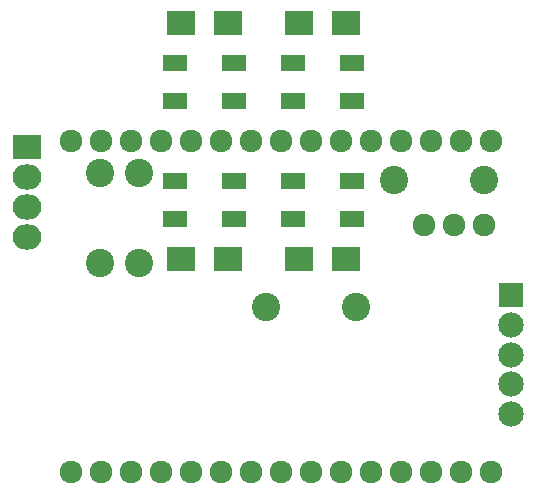
<source format=gbr>
G04 #@! TF.FileFunction,Soldermask,Bot*
%FSLAX46Y46*%
G04 Gerber Fmt 4.6, Leading zero omitted, Abs format (unit mm)*
G04 Created by KiCad (PCBNEW 4.0.6) date 2017 May 11, Thursday 23:22:10*
%MOMM*%
%LPD*%
G01*
G04 APERTURE LIST*
%ADD10C,1.000000*%
%ADD11R,2.000000X1.400000*%
%ADD12R,2.400000X2.000000*%
%ADD13R,2.432000X2.127200*%
%ADD14O,2.432000X2.127200*%
%ADD15R,2.150000X2.150000*%
%ADD16C,2.150000*%
%ADD17C,1.924000*%
%ADD18C,2.398980*%
G04 APERTURE END LIST*
D10*
D11*
X34567500Y-53532500D03*
X34567500Y-50332500D03*
X39567500Y-53532500D03*
X39567500Y-50332500D03*
D12*
X35067500Y-46932500D03*
X39067500Y-46932500D03*
X45067500Y-46932500D03*
X49067500Y-46932500D03*
D11*
X44567500Y-53532500D03*
X44567500Y-50332500D03*
X49567500Y-53532500D03*
X49567500Y-50332500D03*
X34567500Y-63532500D03*
X34567500Y-60332500D03*
X39567500Y-63532500D03*
X39567500Y-60332500D03*
D12*
X49067500Y-66932500D03*
X45067500Y-66932500D03*
D11*
X49567500Y-60332500D03*
X49567500Y-63532500D03*
X44567500Y-60332500D03*
X44567500Y-63532500D03*
D12*
X35067500Y-66932500D03*
X39067500Y-66932500D03*
D13*
X22067500Y-57392500D03*
D14*
X22067500Y-59932500D03*
X22067500Y-62472500D03*
X22067500Y-65012500D03*
D15*
X63000000Y-70000000D03*
D16*
X63000000Y-72500000D03*
X63000000Y-75000000D03*
X63000000Y-77500000D03*
X63000000Y-80000000D03*
D17*
X25747500Y-84932500D03*
X28287500Y-84932500D03*
X30827500Y-84932500D03*
X33367500Y-84932500D03*
X35907500Y-84932500D03*
X38447500Y-84932500D03*
X40987500Y-84932500D03*
X43527500Y-84932500D03*
X46067500Y-84932500D03*
X48607500Y-84932500D03*
X51147500Y-84932500D03*
X53687500Y-84932500D03*
X56227500Y-84932500D03*
X58767500Y-84932500D03*
X61307500Y-84932500D03*
X61307500Y-56882500D03*
X58767500Y-56882500D03*
X56227500Y-56882500D03*
X53687500Y-56882500D03*
X51147500Y-56882500D03*
X48607500Y-56882500D03*
X46067500Y-56882500D03*
X43527500Y-56882500D03*
X40987500Y-56882500D03*
X38447500Y-56882500D03*
X35907500Y-56882500D03*
X33367500Y-56882500D03*
X30827500Y-56882500D03*
X28287500Y-56882500D03*
X25747500Y-56882500D03*
X58250000Y-64000000D03*
X55710000Y-64000000D03*
X60790000Y-64000000D03*
D18*
X31500000Y-67250000D03*
X31500000Y-59630000D03*
X28250000Y-67250000D03*
X28250000Y-59630000D03*
X53130000Y-60250000D03*
X60750000Y-60250000D03*
X42250000Y-71000000D03*
X49870000Y-71000000D03*
M02*

</source>
